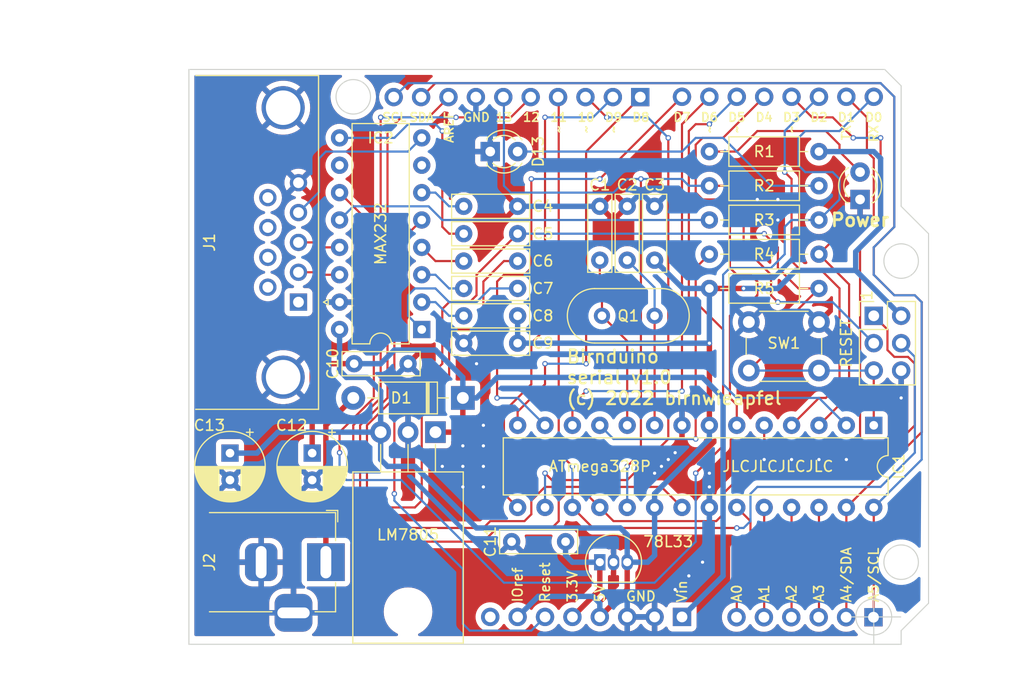
<source format=kicad_pcb>
(kicad_pcb (version 20211014) (generator pcbnew)
  (layers (0 "F.Cu" signal) (31 "B.Cu" signal) (34 "B.Paste" user) (35 "F.Paste" user) (36 "B.SilkS" user "B.Silkscreen") (37 "F.SilkS" user "F.Silkscreen") (38 "B.Mask" user) (39 "F.Mask" user) (44 "Edge.Cuts" user))
  (net 0 "")
  (net 1 "/D0_RX0")
  (net 2 "/D1_TX0")
  (net 3 "/D2")
  (net 4 "/D3")
  (net 5 "/D4")
  (net 6 "/D5")
  (net 7 "/D6")
  (net 8 "/D7")
  (net 9 "/D8")
  (net 10 "/D9")
  (net 11 "/D10")
  (net 12 "/VIN")
  (net 13 "/D11")
  (net 14 "/D12")
  (net 15 "/D13")
  (net 16 "/A0")
  (net 17 "/A1")
  (net 18 "/A2")
  (net 19 "/A3")
  (net 20 "/A4")
  (net 21 "/A5")
  (net 22 "+5V")
  (net 23 "GNDD")
  (net 24 "+3V3")
  (net 25 "Net-(C2-Pad1)")
  (net 26 "/SER_TX")
  (net 27 "/SER_RX")
  (net 28 "/SER_DTR")
  (net 29 "Net-(C1-Pad1)")
  (net 30 "Net-(D1-Pad2)")
  (net 31 "/AREF")
  (net 32 "/RESET")
  (net 33 "Net-(C6-Pad1)")
  (net 34 "Net-(C6-Pad2)")
  (net 35 "Net-(D13-Pad2)")
  (net 36 "Net-(Power1-Pad2)")
  (net 37 "Net-(C8-Pad2)")
  (net 38 "Net-(C7-Pad1)")
  (net 39 "Net-(C7-Pad2)")
  (net 40 "Net-(IC2-Pad11)")
  (net 42 "Net-(IC2-Pad12)")
  (net 44 "Net-(C4-Pad1)")
  (net 45 "Net-(C5-Pad1)")
  (footprint "Connector_PinSocket_2.54mm:PinSocket_1x08_P2.54mm_Vertical" (layer "F.Cu") (at 184.15 100.33 -90)
    (fp_text reference "J4" hide)
    (fp_text value "Power")
  )
  (footprint "Connector_BarrelJack:BarrelJack_Horizontal" (layer "F.Cu") (at 151.13 95.25)
    (fp_text reference "J2")
    (fp_text value "Power")
  )
  (footprint "Connector_PinSocket_2.54mm:PinSocket_1x06_P2.54mm_Vertical" (layer "F.Cu") (at 201.905 100.355 -90)
    (fp_text reference "J3" hide)
    (fp_text value "Analog in")
  )
  (footprint "Capacitor_THT:C_Rect_L7.0mm_W2.0mm_P5.00mm" (layer "F.Cu") (at 168.91 74.93 180)
    (fp_text reference "C9")
    (fp_text value "100n")
  )
  (footprint "Resistor_THT:R_Axial_DIN0207_L6.3mm_D2.5mm_P10.16mm_Horizontal" (layer "F.Cu") (at 196.85 57.15 180)
    (fp_text reference "R1")
    (fp_text value "330")
  )
  (footprint "Capacitor_THT:C_Rect_L7.0mm_W2.0mm_P5.00mm" (layer "F.Cu") (at 173.355 93.345 180)
    (fp_text reference "C11")
    (fp_text value "100n")
  )
  (footprint "Resistor_THT:R_Axial_DIN0207_L6.3mm_D2.5mm_P10.16mm_Horizontal" (layer "F.Cu") (at 186.69 69.85)
    (fp_text reference "R5")
    (fp_text value "10k")
  )
  (footprint "Package_TO_SOT_THT:TO-92_Inline" (layer "F.Cu") (at 176.53 95.25)
    (fp_text reference "U4" hide)
    (fp_text value "78L33")
  )
  (footprint "LED_THT:LED_D3.0mm" (layer "F.Cu") (at 200.66 61.595 90)
    (fp_text reference "Power1" hide)
    (fp_text value "LED")
  )
  (footprint "Package_TO_SOT_THT:TO-220-3_Horizontal_TabDown" (layer "F.Cu") (at 161.29 83.185 180)
    (fp_text reference "U5")
    (fp_text value "LM7805")
  )
  (footprint "Package_DIP:DIP-28_W7.62mm" (layer "F.Cu") (at 201.93 82.55 -90)
    (fp_text reference "IC1")
    (fp_text value "ATmega328P")
  )
  (footprint "Connector_PinSocket_2.54mm:PinSocket_1x08_P2.54mm_Vertical" (layer "F.Cu") (at 201.93 52.07 -90)
    (fp_text reference "J5" hide)
    (fp_text value "Digital_0_7")
  )
  (footprint "Capacitor_THT:CP_Radial_D6.3mm_P2.50mm" (layer "F.Cu") (at 142.24 85.13 -90)
    (fp_text reference "C13")
    (fp_text value "47u")
  )
  (footprint "Capacitor_THT:C_Rect_L7.0mm_W2.0mm_P5.00mm" (layer "F.Cu") (at 181.61 67.23 90)
    (fp_text reference "C3")
    (fp_text value "100n")
  )
  (footprint "Capacitor_THT:C_Rect_L7.0mm_W2.0mm_P5.00mm" (layer "F.Cu") (at 163.91 62.23)
    (fp_text reference "C4")
    (fp_text value "100n")
  )
  (footprint "Resistor_THT:R_Axial_DIN0207_L6.3mm_D2.5mm_P10.16mm_Horizontal" (layer "F.Cu") (at 196.85 66.675 180)
    (fp_text reference "R4")
    (fp_text value "1k")
  )
  (footprint "Capacitor_THT:C_Rect_L7.0mm_W2.0mm_P5.00mm" (layer "F.Cu") (at 163.91 64.77)
    (fp_text reference "C5")
    (fp_text value "100n")
  )
  (footprint "Resistor_THT:R_Axial_DIN0207_L6.3mm_D2.5mm_P10.16mm_Horizontal" (layer "F.Cu") (at 196.85 63.5 180)
    (fp_text reference "R3")
    (fp_text value "1k")
  )
  (footprint "Capacitor_THT:C_Rect_L7.0mm_W2.0mm_P5.00mm" (layer "F.Cu") (at 163.91 67.31)
    (fp_text reference "C6")
    (fp_text value "100n")
  )
  (footprint "LED_THT:LED_D3.0mm" (layer "F.Cu") (at 166.37 57.15)
    (fp_text reference "D13")
    (fp_text value "LED")
  )
  (footprint "Capacitor_THT:C_Rect_L7.0mm_W2.0mm_P5.00mm" (layer "F.Cu") (at 176.53 67.23 90)
    (fp_text reference "C1")
    (fp_text value "22p")
  )
  (footprint "Connector_Dsub:DSUB-9_Female_Horizontal_P2.77x2.84mm_EdgePinOffset7.70mm_Housed_MountingHolesOffset9.12mm" (layer "F.Cu") (at 148.59 71.12 -90)
    (fp_text reference "J1")
    (fp_text value "RS232")
  )
  (footprint "Capacitor_THT:C_Rect_L7.0mm_W2.0mm_P5.00mm" (layer "F.Cu") (at 179.07 67.23 90)
    (fp_text reference "C2")
    (fp_text value "22p")
  )
  (footprint "Capacitor_THT:C_Rect_L7.0mm_W2.0mm_P5.00mm" (layer "F.Cu") (at 168.91 69.85 180)
    (fp_text reference "C7")
    (fp_text value "100n")
  )
  (footprint "Resistor_THT:R_Axial_DIN0207_L6.3mm_D2.5mm_P10.16mm_Horizontal" (layer "F.Cu") (at 186.69 60.325)
    (fp_text reference "R2")
    (fp_text value "1k5")
  )
  (footprint "Diode_THT:D_DO-41_SOD81_P10.16mm_Horizontal" (layer "F.Cu") (at 163.83 80.01 180)
    (fp_text reference "D1")
    (fp_text value "1N4001")
  )
  (footprint "Capacitor_THT:C_Rect_L7.0mm_W2.0mm_P5.00mm" (layer "F.Cu") (at 153.75 76.835)
    (fp_text reference "C10")
    (fp_text value "100n")
  )
  (footprint "Button_Switch_THT:SW_PUSH_6mm" (layer "F.Cu") (at 196.85 77.47 180)
    (fp_text reference "SW1")
    (fp_text value "RESET")
  )
  (footprint "Connector_PinSocket_2.54mm:PinSocket_1x10_P2.54mm_Vertical" (layer "F.Cu") (at 180.28 52.095 -90)
    (fp_text reference "J6" hide)
    (fp_text value "Digital_8_13")
  )
  (footprint "Connector_PinHeader_2.54mm:PinHeader_2x03_P2.54mm_Vertical" (layer "F.Cu") (at 201.93 72.39)
    (fp_text reference "J7" hide)
    (fp_text value "AVR-ISP-6")
  )
  (footprint "Capacitor_THT:C_Rect_L7.0mm_W2.0mm_P5.00mm" (layer "F.Cu") (at 168.91 72.39 180)
    (fp_text reference "C8")
    (fp_text value "100n")
  )
  (footprint "Crystal:Crystal_HC49-U_Vertical" (layer "F.Cu") (at 181.61 72.39 180)
    (fp_text reference "Q1")
    (fp_text value "16 MHz")
  )
  (footprint "Capacitor_THT:CP_Radial_D6.3mm_P2.50mm" (layer "F.Cu") (at 149.86 85.13 -90)
    (fp_text reference "C12")
    (fp_text value "47u")
  )
  (footprint "Package_DIP:DIP-16_W7.62mm" (layer "F.Cu") (at 160.02 73.66 180)
    (fp_text reference "IC2")
    (fp_text value "MAX232")
  )
  (gr_line (start 204.47 102.87) (end 138.43 102.87) (layer "Edge.Cuts") (width 0.1))
  (gr_line (start 207.01 64.77) (end 204.47 62.23) (layer "Edge.Cuts") (width 0.1))
  (gr_line (start 138.43 102.87) (end 138.43 49.53) (layer "Edge.Cuts") (width 0.1))
  (gr_line (start 204.47 102.87) (end 204.47 101.6) (layer "Edge.Cuts") (width 0.1))
  (gr_circle (center 153.67 52.07) (end 155.27 52.07) (layer "Edge.Cuts") (width 0.1) (fill none))
  (gr_line (start 207.01 99.06) (end 207.01 64.77) (layer "Edge.Cuts") (width 0.1))
  (gr_line (start 202.946 49.53) (end 138.43 49.53) (layer "Edge.Cuts") (width 0.1))
  (gr_line (start 204.47 101.6) (end 207.01 99.06) (layer "Edge.Cuts") (width 0.1))
  (gr_circle (center 204.47 95.25) (end 206.07 95.25) (layer "Edge.Cuts") (width 0.1) (fill none))
  (gr_line (start 204.47 62.23) (end 204.47 51.054) (layer "Edge.Cuts") (width 0.1))
  (gr_circle (center 204.47 67.31) (end 206.07 67.31) (layer "Edge.Cuts") (width 0.1) (fill none))
  (gr_line (start 204.47 51.054) (end 202.946 49.53) (layer "Edge.Cuts") (width 0.1))
  (gr_text "13" (at 167.64 53.975) (layer "F.SilkS") (effects (font (size 0.8 0.8))))
  (gr_text "10" (at 175.26 53.975) (layer "F.SilkS") (effects (font (size 0.8 0.8))))
  (gr_text "D8" (at 180.34 53.975) (layer "F.SilkS") (effects (font (size 0.8 0.8))))
  (gr_text "TX" (at 199.39 54.61 90) (layer "F.SilkS") (effects (font (size 0.8 0.8)) (justify right)))
  (gr_text "Birnduino\nserial v1.0\n(c) 2022 birnwieapfel" (at 173.355 78.105) (layer "F.SilkS") (effects (font (size 1.2 1.2) (thickness 0.2)) (justify left)))
  (gr_text "AREF" (at 162.56 53.34 90) (layer "F.SilkS") (effects (font (size 0.8 0.8)) (justify right)))
  (gr_text "D7" (at 184.15 53.975) (layer "F.SilkS") (effects (font (size 0.8 0.8))))
  (gr_text "A3" (at 196.85 99.06 90) (layer "F.SilkS") (effects (font (size 0.9 0.9)) (justify left)))
  (gr_text " ~" (at 194.31 54.61 90) (layer "F.SilkS") (effects (font (size 1 1)) (justify right)))
  (gr_text "A4/SDA" (at 199.39 99.06 90) (layer "F.SilkS") (effects (font (size 0.9 0.9)) (justify left)))
  (gr_text "D4" (at 191.77 53.975) (layer "F.SilkS") (effects (font (size 0.8 0.8))))
  (gr_text "A5/SCL" (at 201.93 99.06 90) (layer "F.SilkS") (effects (font (size 0.9 0.9)) (justify left)))
  (gr_text " ~" (at 175.26 54.61 90) (layer "F.SilkS") (effects (font (size 1 1)) (justify right)))
  (gr_text "1" (at 201.295 70.485 90) (layer "F.SilkS") (effects (font (size 1 1))))
  (gr_text "IOref" (at 168.91 99.06 90) (layer "F.SilkS") (effects (font (size 0.9 0.9)) (justify left)))
  (gr_text "D2" (at 196.85 53.975) (layer "F.SilkS") (effects (font (size 0.8 0.8))))
  (gr_text "JLCJLCJLCJLC" (at 193.04 86.36) (layer "F.SilkS") (effects (font (size 1 1))))
  (gr_text "3.3V" (at 173.99 99.06 90) (layer "F.SilkS") (effects (font (size 0.9 0.9)) (justify left)))
  (gr_text "D9" (at 177.8 53.975) (layer "F.SilkS") (effects (font (size 0.8 0.8))))
  (gr_text " ~" (at 186.69 54.61 90) (layer "F.SilkS") (effects (font (size 1 1)) (justify right)))
  (gr_text "A2" (at 194.31 99.06 90) (layer "F.SilkS") (effects (font (size 0.9 0.9)) (justify left)))
  (gr_text "A0" (at 189.23 99.06 90) (layer "F.SilkS") (effects (font (size 0.9 0.9)) (justify left)))
  (gr_text "5V" (at 176.53 99.06 90) (layer "F.SilkS") (effects (font (size 0.9 0.9)) (justify left)))
  (gr_text "D5" (at 189.23 53.975) (layer "F.SilkS") (effects (font (size 0.8 0.8))))
  (gr_text "12" (at 170.18 53.975) (layer "F.SilkS") (effects (font (size 0.8 0.8))))
  (gr_text "D1" (at 199.39 53.975) (layer "F.SilkS") (effects (font (size 0.8 0.8))))
  (gr_text "D0" (at 201.93 53.975) (layer "F.SilkS") (effects (font (size 0.8 0.8))))
  (gr_text " ~" (at 189.23 54.61 90) (layer "F.SilkS") (effects (font (size 1 1)) (justify right)))
  (gr_text "Power" (at 200.66 63.5) (layer "F.SilkS") (effects (font (size 1.2 1.2) (thickness 0.25))))
  (gr_text "11" (at 172.72 53.975) (layer "F.SilkS") (effects (font (size 0.8 0.8))))
  (gr_text "D6" (at 186.69 53.975) (layer "F.SilkS") (effects (font (size 0.8 0.8))))
  (gr_text "GND" (at 180.34 98.425) (layer "F.SilkS") (effects (font (size 0.9 0.9))))
  (gr_text " ~" (at 172.72 54.61 90) (layer "F.SilkS") (effects (font (size 1 1)) (justify right)))
  (gr_text "Reset" (at 171.45 99.06 90) (layer "F.SilkS") (effects (font (size 0.9 0.9)) (justify left)))
  (gr_text "A1" (at 191.77 99.06 90) (layer "F.SilkS") (effects (font (size 0.9 0.9)) (justify left)))
  (gr_text "SDA" (at 160.02 53.975) (layer "F.SilkS") (effects (font (size 0.8 0.8))))
  (gr_text "GND" (at 165.1 53.975) (layer "F.SilkS") (effects (font (size 0.8 0.8))))
  (gr_text "RX" (at 201.93 54.61 90) (layer "F.SilkS") (effects (font (size 0.8 0.8)) (justify right)))
  (gr_text "D3" (at 194.31 53.975) (layer "F.SilkS") (effects (font (size 0.8 0.8))))
  (gr_text " ~" (at 177.8 54.61 90) (layer "F.SilkS") (effects (font (size 1 1)) (justify right)))
  (gr_text "SCL" (at 157.48 53.975) (layer "F.SilkS") (effects (font (size 0.8 0.8))))
  (gr_text "Vin" (at 184.15 99.06 90) (layer "F.SilkS") (effects (font (size 0.9 0.9)) (justify left)))
  (target plus (at 201.93 100.33) (size 5) (width 0.1) (layer "Edge.Cuts"))
  (segment (start 187.96 68.58) (end 188.595 67.945) (width 0.2) (layer "B.Cu") (net 1))
  (segment (start 199.39 82.55) (end 196.85 80.01) (width 0.2) (layer "B.Cu") (net 1))
  (segment (start 198.12 59.055) (end 195.58 59.055) (width 0.2) (layer "B.Cu") (net 1))
  (segment (start 189.23 80.01) (end 187.96 78.74) (width 0.2) (layer "B.Cu") (net 1))
  (segment (start 196.85 80.01) (end 189.23 80.01) (width 0.2) (layer "B.Cu") (net 1))
  (segment (start 194.945 55.88) (end 195.58 55.245) (width 0.2) (layer "B.Cu") (net 1))
  (segment (start 188.595 67.945) (end 192.405 67.945) (width 0.2) (layer "B.Cu") (net 1))
  (segment (start 195.58 55.245) (end 198.755 55.245) (width 0.2) (layer "B.Cu") (net 1))
  (segment (start 193.675 64.135) (end 194.31 63.5) (width 0.2) (layer "B.Cu") (net 1))
  (segment (start 192.405 67.945) (end 193.675 66.675) (width 0.2) (layer "B.Cu") (net 1))
  (segment (start 195.58 59.055) (end 194.945 58.42) (width 0.2) (layer "B.Cu") (net 1))
  (segment (start 194.945 58.42) (end 194.945 55.88) (width 0.2) (layer "B.Cu") (net 1))
  (segment (start 187.96 78.74) (end 187.96 68.58) (width 0.2) (layer "B.Cu") (net 1))
  (segment (start 198.755 55.245) (end 201.93 52.07) (width 0.2) (layer "B.Cu") (net 1))
  (segment (start 196.85 63.5) (end 198.755 61.595) (width 0.2) (layer "B.Cu") (net 1))
  (segment (start 193.675 66.675) (end 193.675 64.135) (width 0.2) (layer "B.Cu") (net 1))
  (segment (start 194.31 63.5) (end 196.85 63.5) (width 0.2) (layer "B.Cu") (net 1))
  (segment (start 198.755 61.595) (end 198.755 59.69) (width 0.2) (layer "B.Cu") (net 1))
  (segment (start 198.755 59.69) (end 198.12 59.055) (width 0.2) (layer "B.Cu") (net 1))
  (segment (start 201.295 53.975) (end 201.295 57.15) (width 0.2) (layer "F.Cu") (net 2))
  (segment (start 201.93 63.5) (end 200.66 64.77) (width 0.2) (layer "F.Cu") (net 2))
  (segment (start 201.295 57.15) (end 201.93 57.785) (width 0.2) (layer "F.Cu") (net 2))
  (segment (start 199.644 69.469) (end 196.85 66.675) (width 0.2) (layer "F.Cu") (net 2))
  (segment (start 198.755 64.77) (end 200.66 64.77) (width 0.2) (layer "F.Cu") (net 2))
  (segment (start 196.85 82.55) (end 199.644 79.756) (width 0.2) (layer "F.Cu") (net 2))
  (segment (start 196.85 66.675) (end 198.755 64.77) (width 0.2) (layer "F.Cu") (net 2))
  (segment (start 199.39 52.07) (end 201.295 53.975) (width 0.2) (layer "F.Cu") (net 2))
  (segment (start 201.93 57.785) (end 201.93 63.5) (width 0.2) (layer "F.Cu") (net 2))
  (segment (start 199.644 79.756) (end 199.644 69.469) (width 0.2) (layer "F.Cu") (net 2))
  (segment (start 194.31 82.55) (end 196.85 80.01) (width 0.2) (layer "F.Cu") (net 3))
  (segment (start 197.104 68.199) (end 195.199 68.199) (width 0.2) (layer "F.Cu") (net 3))
  (segment (start 196.85 80.01) (end 197.485 80.01) (width 0.2) (layer "F.Cu") (net 3))
  (segment (start 194.31 67.31) (end 194.31 59.69) (width 0.2) (layer "F.Cu") (net 3))
  (segment (start 194.31 59.69) (end 193.675 59.055) (width 0.2) (layer "F.Cu") (net 3))
  (segment (start 195.199 68.199) (end 194.31 67.31) (width 0.2) (layer "F.Cu") (net 3))
  (segment (start 198.755 69.85) (end 197.104 68.199) (width 0.2) (layer "F.Cu") (net 3))
  (segment (start 198.755 78.74) (end 198.755 69.85) (width 0.2) (layer "F.Cu") (net 3))
  (segment (start 197.485 80.01) (end 198.755 78.74) (width 0.2) (layer "F.Cu") (net 3))
  (via (at 193.675 59.055) (size 0.5) (drill 0.3) (layers "F.Cu" "B.Cu") (net 3))
  (segment (start 193.675 59.055) (end 193.675 55.245) (width 0.2) (layer "B.Cu") (net 3))
  (segment (start 193.675 55.245) (end 196.85 52.07) (width 0.2) (layer "B.Cu") (net 3))
  (segment (start 200.025 55.88) (end 198.12 53.975) (width 0.2) (layer "F.Cu") (net 4))
  (segment (start 191.77 82.55) (end 191.77 83.82) (width 0.2) (layer "F.Cu") (net 4))
  (segment (start 192.405 84.455) (end 200.025 84.455) (width 0.2) (layer "F.Cu") (net 4))
  (segment (start 200.66 66.04) (end 202.565 64.135) (width 0.2) (layer "F.Cu") (net 4))
  (segment (start 200.025 84.455) (end 200.66 83.82) (width 0.2) (layer "F.Cu") (net 4))
  (segment (start 202.565 64.135) (end 202.565 55.88) (width 0.2) (layer "F.Cu") (net 4))
  (segment (start 198.12 53.975) (end 196.215 53.975) (width 0.2) (layer "F.Cu") (net 4))
  (segment (start 196.215 53.975) (end 194.31 52.07) (width 0.2) (layer "F.Cu") (net 4))
  (segment (start 200.66 83.82) (end 200.66 66.04) (width 0.2) (layer "F.Cu") (net 4))
  (segment (start 191.77 83.82) (end 192.405 84.455) (width 0.2) (layer "F.Cu") (net 4))
  (via (at 202.565 55.88) (size 0.5) (drill 0.3) (layers "F.Cu" "B.Cu") (net 4))
  (via (at 200.025 55.88) (size 0.5) (drill 0.3) (layers "F.Cu" "B.Cu") (net 4))
  (segment (start 202.565 55.88) (end 200.025 55.88) (width 0.2) (layer "B.Cu") (net 4))
  (segment (start 187.96 55.88) (end 186.055 55.88) (width 0.2) (layer "F.Cu") (net 5))
  (segment (start 185.42 60.96) (end 186.055 61.595) (width 0.2) (layer "F.Cu") (net 5))
  (segment (start 185.42 56.515) (end 185.42 60.96) (width 0.2) (layer "F.Cu") (net 5))
  (segment (start 190.5 68.58) (end 191.135 69.215) (width 0.2) (layer "F.Cu") (net 5))
  (segment (start 188.595 67.945) (end 189.23 68.58) (width 0.2) (layer "F.Cu") (net 5))
  (segment (start 188.595 72.39) (end 188.595 80.01) (width 0.2) (layer "F.Cu") (net 5))
  (segment (start 191.135 69.215) (end 191.135 70.485) (width 0.2) (layer "F.Cu") (net 5))
  (segment (start 190.5 71.12) (end 189.865 71.12) (width 0.2) (layer "F.Cu") (net 5))
  (segment (start 188.595 62.23) (end 188.595 67.945) (width 0.2) (layer "F.Cu") (net 5))
  (segment (start 187.96 61.595) (end 188.595 62.23) (width 0.2) (layer "F.Cu") (net 5))
  (segment (start 188.595 80.01) (end 189.23 80.645) (width 0.2) (layer "F.Cu") (net 5))
  (segment (start 189.23 80.645) (end 189.23 82.55) (width 0.2) (layer "F.Cu") (net 5))
  (segment (start 191.135 70.485) (end 190.5 71.12) (width 0.2) (layer "F.Cu") (net 5))
  (segment (start 191.77 52.07) (end 187.96 55.88) (width 0.2) (layer "F.Cu") (net 5))
  (segment (start 186.055 55.88) (end 185.42 56.515) (width 0.2) (layer "F.Cu") (net 5))
  (segment (start 189.865 71.12) (end 188.595 72.39) (width 0.2) (layer "F.Cu") (net 5))
  (segment (start 189.23 68.58) (end 190.5 68.58) (width 0.2) (layer "F.Cu") (net 5))
  (segment (start 186.055 61.595) (end 187.96 61.595) (width 0.2) (layer "F.Cu") (net 5))
  (segment (start 185.42 54.61) (end 186.69 54.61) (width 0.2) (layer "F.Cu") (net 6))
  (segment (start 184.785 55.245) (end 185.42 54.61) (width 0.2) (layer "F.Cu") (net 6))
  (segment (start 185.42 72.39) (end 184.785 71.755) (width 0.2) (layer "F.Cu") (net 6))
  (segment (start 185.42 83.82) (end 185.42 72.39) (width 0.2) (layer "F.Cu") (net 6))
  (segment (start 184.785 71.755) (end 184.785 55.245) (width 0.2) (layer "F.Cu") (net 6))
  (via (at 185.42 83.82) (size 0.5) (drill 0.3) (layers "F.Cu" "B.Cu") (net 6))
  (via (at 186.69 54.61) (size 0.5) (drill 0.3) (layers "F.Cu" "B.Cu") (net 6))
  (segment (start 189.23 52.07) (end 186.69 54.61) (width 0.2) (layer "B.Cu") (net 6))
  (segment (start 185.42 83.82) (end 177.8 83.82) (width 0.2) (layer "B.Cu") (net 6))
  (segment (start 177.8 83.82) (end 176.53 82.55) (width 0.2) (layer "B.Cu") (net 6))
  (segment (start 184.15 54.61) (end 186.69 52.07) (width 0.2) (layer "F.Cu") (net 7))
  (segment (start 173.99 80.645) (end 173.99 82.55) (width 0.2) (layer "F.Cu") (net 7))
  (segment (start 184.15 79.375) (end 184.15 54.61) (width 0.2) (layer "F.Cu") (net 7))
  (segment (start 175.26 79.375) (end 173.99 80.645) (width 0.2) (layer "F.Cu") (net 7))
  (via (at 184.15 79.375) (size 0.5) (drill 0.3) (layers "F.Cu" "B.Cu") (net 7))
  (via (at 175.26 79.375) (size 0.5) (drill 0.3) (layers "F.Cu" "B.Cu") (net 7))
  (segment (start 184.15 79.375) (end 175.26 79.375) (width 0.2) (layer "B.Cu") (net 7))
  (segment (start 167.005 69.215) (end 167.653942 68.566058) (width 0.2) (layer "F.Cu") (net 8))
  (segment (start 167.005 80.01) (end 167.005 69.215) (width 0.2) (layer "F.Cu") (net 8))
  (segment (start 176.53 59.69) (end 184.15 52.07) (width 0.2) (layer "F.Cu") (net 8))
  (segment (start 168.261058 68.566058) (end 169.54958 68.57542) (width 0.2) (layer "F.Cu") (net 8))
  (segment (start 167.653942 68.566058) (end 168.261058 68.566058) (width 0.2) (layer "F.Cu") (net 8))
  (segment (start 169.54958 68.57542) (end 170.18 67.945) (width 0.2) (layer "F.Cu") (net 8))
  (segment (start 170.18 67.945) (end 170.18 59.69) (width 0.2) (layer "F.Cu") (net 8))
  (via (at 167.005 80.01) (size 0.5) (drill 0.3) (layers "F.Cu" "B.Cu") (net 8))
  (via (at 176.53 59.69) (size 0.5) (drill 0.3) (layers "F.Cu" "B.Cu") (net 8))
  (via (at 170.18 59.69) (size 0.5) (drill 0.3) (layers "F.Cu" "B.Cu") (net 8))
  (segment (start 167.005 80.01) (end 168.91 80.01) (width 0.2) (layer "B.Cu") (net 8))
  (segment (start 170.18 59.69) (end 176.53 59.69) (width 0.2) (layer "B.Cu") (net 8))
  (segment (start 168.91 80.01) (end 171.45 82.55) (width 0.2) (layer "B.Cu") (net 8))
  (segment (start 168.91 81.28) (end 168.91 82.55) (width 0.2) (layer "F.Cu") (net 9))
  (segment (start 175.26 57.15) (end 180.34 52.07) (width 0.2) (layer "F.Cu") (net 9))
  (segment (start 175.26 76.835) (end 175.26 57.15) (width 0.2) (layer "F.Cu") (net 9))
  (segment (start 171.45 78.74) (end 168.91 81.28) (width 0.2) (layer "F.Cu") (net 9))
  (segment (start 171.45 76.835) (end 171.45 78.74) (width 0.2) (layer "F.Cu") (net 9))
  (via (at 171.45 76.835) (size 0.5) (drill 0.3) (layers "F.Cu" "B.Cu") (net 9))
  (via (at 175.26 76.835) (size 0.5) (drill 0.3) (layers "F.Cu" "B.Cu") (net 9))
  (segment (start 171.45 76.835) (end 175.26 76.835) (width 0.2) (layer "B.Cu") (net 9))
  (segment (start 167.64 81.28) (end 167.64 88.9) (width 0.2) (layer "F.Cu") (net 10))
  (segment (start 170.18 78.74) (end 167.64 81.28) (width 0.2) (layer "F.Cu") (net 10))
  (segment (start 171.45 53.975) (end 171.45 73.66) (width 0.2) (layer "F.Cu") (net 10))
  (segment (start 167.64 88.9) (end 168.91 90.17) (width 0.2) (layer "F.Cu") (net 10))
  (segment (start 170.18 74.93) (end 170.18 78.74) (width 0.2) (layer "F.Cu") (net 10))
  (segment (start 171.45 73.66) (end 170.18 74.93) (width 0.2) (layer "F.Cu") (net 10))
  (via (at 171.45 53.975) (size 0.5) (drill 0.3) (layers "F.Cu" "B.Cu") (net 10))
  (segment (start 175.895 53.975) (end 177.8 52.07) (width 0.2) (layer "B.Cu") (net 10))
  (segment (start 171.45 53.975) (end 175.895 53.975) (width 0.2) (layer "B.Cu") (net 10))
  (segment (start 179.07 87.63) (end 182.88 83.82) (width 0.2) (layer "F.Cu") (net 11))
  (segment (start 171.45 86.995) (end 172.085 87.63) (width 0.2) (layer "F.Cu") (net 11))
  (segment (start 172.085 87.63) (end 179.07 87.63) (width 0.2) (layer "F.Cu") (net 11))
  (segment (start 175.26 52.07) (end 177.165 53.975) (width 0.2) (layer "F.Cu") (net 11))
  (segment (start 182.88 83.82) (end 182.88 55.88) (width 0.2) (layer "F.Cu") (net 11))
  (via (at 171.45 86.995) (size 0.5) (drill 0.3) (layers "F.Cu" "B.Cu") (net 11))
  (via (at 182.88 55.88) (size 0.5) (drill 0.3) (layers "F.Cu" "B.Cu") (net 11))
  (via (at 177.165 53.975) (size 0.5) (drill 0.3) (layers "F.Cu" "B.Cu") (net 11))
  (segment (start 180.975 53.975) (end 177.165 53.975) (width 0.2) (layer "B.Cu") (net 11))
  (segment (start 182.88 55.88) (end 180.975 53.975) (width 0.2) (layer "B.Cu") (net 11))
  (segment (start 171.45 86.995) (end 171.45 90.17) (width 0.2) (layer "B.Cu") (net 11))
  (segment (start 149.86 77.47) (end 150.495 76.835) (width 0.5) (layer "F.Cu") (net 12))
  (segment (start 161.29 83.185) (end 163.195 83.185) (width 0.5) (layer "F.Cu") (net 12))
  (segment (start 163.83 82.55) (end 163.83 80.01) (width 0.5) (layer "F.Cu") (net 12))
  (segment (start 150.495 76.835) (end 153.75 76.835) (width 0.5) (layer "F.Cu") (net 12))
  (segment (start 149.86 85.13) (end 149.86 77.47) (width 0.5) (layer "F.Cu") (net 12))
  (segment (start 163.195 83.185) (end 163.83 82.55) (width 0.5) (layer "F.Cu") (net 12))
  (segment (start 163.83 80.01) (end 163.83 78.105) (width 0.5) (layer "B.Cu") (net 12))
  (segment (start 187.96 80.01) (end 186.055 78.105) (width 0.5) (layer "B.Cu") (net 12))
  (segment (start 187.96 96.52) (end 187.96 80.01) (width 0.5) (layer "B.Cu") (net 12))
  (segment (start 156.21 76.835) (end 157.48 75.565) (width 0.5) (layer "B.Cu") (net 12))
  (segment (start 157.48 75.565) (end 161.29 75.565) (width 0.5) (layer "B.Cu") (net 12))
  (segment (start 184.15 100.33) (end 187.96 96.52) (width 0.5) (layer "B.Cu") (net 12))
  (segment (start 186.055 78.105) (end 167.005 78.105) (width 0.5) (layer "B.Cu") (net 12))
  (segment (start 161.29 75.565) (end 163.83 78.105) (width 0.5) (layer "B.Cu") (net 12))
  (segment (start 165.1 80.01) (end 163.83 80.01) (width 0.5) (layer "B.Cu") (net 12))
  (segment (start 153.75 76.835) (end 156.21 76.835) (width 0.5) (layer "B.Cu") (net 12))
  (segment (start 167.005 78.105) (end 165.1 80.01) (width 0.5) (layer "B.Cu") (net 12))
  (segment (start 175.895 92.075) (end 173.99 90.17) (width 0.2) (layer "F.Cu") (net 13))
  (segment (start 172.72 85.09) (end 172.72 52.07) (width 0.2) (layer "F.Cu") (net 13))
  (segment (start 189.23 92.075) (end 175.895 92.075) (width 0.2) (layer "F.Cu") (net 13))
  (segment (start 173.99 86.36) (end 172.72 85.09) (width 0.2) (layer "F.Cu") (net 13))
  (via (at 173.99 86.36) (size 0.5) (drill 0.3) (layers "F.Cu" "B.Cu") (net 13))
  (via (at 189.23 92.075) (size 0.5) (drill 0.3) (layers "F.Cu" "B.Cu") (net 13))
  (segment (start 205.74 76.2) (end 205.74 85.09) (width 0.2) (layer "B.Cu") (net 13))
  (segment (start 204.47 74.93) (end 205.74 76.2) (width 0.2) (layer "B.Cu") (net 13))
  (segment (start 173.99 90.17) (end 173.99 86.36) (width 0.2) (layer "B.Cu") (net 13))
  (segment (start 189.865 92.075) (end 189.23 92.075) (width 0.2) (layer "B.Cu") (net 13))
  (segment (start 190.5 91.44) (end 189.865 92.075) (width 0.2) (layer "B.Cu") (net 13))
  (segment (start 190.5 88.9) (end 190.5 91.44) (width 0.2) (layer "B.Cu") (net 13))
  (segment (start 202.565 88.265) (end 191.135 88.265) (width 0.2) (layer "B.Cu") (net 13))
  (segment (start 191.135 88.265) (end 190.5 88.9) (width 0.2) (layer "B.Cu") (net 13))
  (segment (start 205.74 85.09) (end 202.565 88.265) (width 0.2) (layer "B.Cu") (net 13))
  (segment (start 177.8 91.44) (end 187.325 91.44) (width 0.2) (layer "F.Cu") (net 14))
  (segment (start 154.305 93.345) (end 153.67 92.71) (width 0.2) (layer "F.Cu") (net 14))
  (segment (start 176.53 90.17) (end 177.8 91.44) (width 0.2) (layer "F.Cu") (net 14))
  (segment (start 189.865 86.995) (end 187.96 88.9) (width 0.2) (layer "F.Cu") (net 14))
  (segment (start 205.105 76.2) (end 205.74 76.835) (width 0.2) (layer "F.Cu") (net 14))
  (segment (start 201.295 86.995) (end 189.865 86.995) (width 0.2) (layer "F.Cu") (net 14))
  (segment (start 172.72 91.44) (end 172.085 92.075) (width 0.2) (layer "F.Cu") (net 14))
  (segment (start 203.835 76.2) (end 205.105 76.2) (width 0.2) (layer "F.Cu") (net 14))
  (segment (start 173.355 88.9) (end 172.72 89.535) (width 0.2) (layer "F.Cu") (net 14))
  (segment (start 163.195 53.975) (end 168.275 53.975) (width 0.2) (layer "F.Cu") (net 14))
  (segment (start 167.005 92.075) (end 165.735 93.345) (width 0.2) (layer "F.Cu") (net 14))
  (segment (start 153.67 92.71) (end 153.67 82.55) (width 0.2) (layer "F.Cu") (net 14))
  (segment (start 205.74 82.55) (end 201.295 86.995) (width 0.2) (layer "F.Cu") (net 14))
  (segment (start 187.96 90.805) (end 187.325 91.44) (width 0.2) (layer "F.Cu") (net 14))
  (segment (start 203.2 73.66) (end 203.2 75.565) (width 0.2) (layer "F.Cu") (net 14))
  (segment (start 165.735 93.345) (end 154.305 93.345) (width 0.2) (layer "F.Cu") (net 14))
  (segment (start 172.085 92.075) (end 167.005 92.075) (width 0.2) (layer "F.Cu") (net 14))
  (segment (start 205.74 76.835) (end 205.74 82.55) (width 0.2) (layer "F.Cu") (net 14))
  (segment (start 187.96 88.9) (end 187.96 90.805) (width 0.2) (layer "F.Cu") (net 14))
  (segment (start 176.53 90.17) (end 175.26 88.9) (width 0.2) (layer "F.Cu") (net 14))
  (segment (start 153.67 82.55) (end 156.21 80.01) (width 0.2) (layer "F.Cu") (net 14))
  (segment (start 156.21 80.01) (end 156.21 53.975) (width 0.2) (layer "F.Cu") (net 14))
  (segment (start 175.26 88.9) (end 173.355 88.9) (width 0.2) (layer "F.Cu") (net 14))
  (segment (start 201.93 72.39) (end 203.2 73.66) (width 0.2) (layer "F.Cu") (net 14))
  (segment (start 172.72 89.535) (end 172.72 91.44) (width 0.2) (layer "F.Cu") (net 14))
  (segment (start 168.275 53.975) (end 170.18 52.07) (width 0.2) (layer "F.Cu") (net 14))
  (segment (start 203.2 75.565) (end 203.835 76.2) (width 0.2) (layer "F.Cu") (net 14))
  (via (at 163.195 53.975) (size 0.5) (drill 0.3) (layers "F.Cu" "B.Cu") (net 14))
  (via (at 156.21 53.975) (size 0.5) (drill 0.3) (layers "F.Cu" "B.Cu") (net 14))
  (segment (start 163.195 53.975) (end 156.21 53.975) (width 0.2) (layer "B.Cu") (net 14))
  (segment (start 180.34 85.09) (end 180.34 59.69) (width 0.2) (layer "F.Cu") (net 15))
  (segment (start 189.23 60.325) (end 186.69 60.325) (width 0.2) (layer "F.Cu") (net 15))
  (segment (start 189.865 66.04) (end 189.865 60.96) (width 0.2) (layer "F.Cu") (net 15))
  (segment (start 192.405 68.58) (end 189.865 66.04) (width 0.2) (layer "F.Cu") (net 15))
  (segment (start 189.865 60.96) (end 189.23 60.325) (width 0.2) (layer "F.Cu") (net 15))
  (segment (start 179.07 86.36) (end 180.34 85.09) (width 0.2) (layer "F.Cu") (net 15))
  (segment (start 193.04 71.12) (end 192.405 70.485) (width 0.2) (layer "F.Cu") (net 15))
  (segment (start 192.405 70.485) (end 192.405 68.58) (width 0.2) (layer "F.Cu") (net 15))
  (via (at 193.04 71.12) (size 0.5) (drill 0.3) (layers "F.Cu" "B.Cu") (net 15))
  (via (at 179.07 86.36) (size 0.5) (drill 0.3) (layers "F.Cu" "B.Cu") (net 15))
  (via (at 180.34 59.69) (size 0.5) (drill 0.3) (layers "F.Cu" "B.Cu") (net 15))
  (segment (start 179.07 90.17) (end 179.07 86.36) (width 0.2) (layer "B.Cu") (net 15))
  (segment (start 177.8 60.96) (end 168.275 60.96) (width 0.2) (layer "B.Cu") (net 15))
  (segment (start 198.12 71.12) (end 201.93 74.93) (width 0.2) (layer "B.Cu") (net 15))
  (segment (start 180.34 59.69) (end 184.15 59.69) (width 0.2) (layer "B.Cu") (net 15))
  (segment (start 184.785 60.325) (end 184.15 59.69) (width 0.2) (layer "B.Cu") (net 15))
  (segment (start 167.64 60.325) (end 167.64 52.07) (width 0.2) (layer "B.Cu") (net 15))
  (segment (start 179.07 59.69) (end 177.8 60.96) (width 0.2) (layer "B.Cu") (net 15))
  (segment (start 193.04 71.12) (end 198.12 71.12) (width 0.2) (layer "B.Cu") (net 15))
  (segment (start 186.69 60.325) (end 184.785 60.325) (width 0.2) (layer "B.Cu") (net 15))
  (segment (start 168.275 60.96) (end 167.64 60.325) (width 0.2) (layer "B.Cu") (net 15))
  (segment (start 180.34 59.69) (end 179.07 59.69) (width 0.2) (layer "B.Cu") (net 15))
  (segment (start 190.5 92.71) (end 190.5 91.44) (width 0.2) (layer "F.Cu") (net 16))
  (segment (start 190.5 91.44) (end 189.23 90.17) (width 0.2) (layer "F.Cu") (net 16))
  (segment (start 189.23 93.98) (end 190.5 92.71) (width 0.2) (layer "F.Cu") (net 16))
  (segment (start 189.23 100.33) (end 189.23 93.98) (width 0.2) (layer "F.Cu") (net 16))
  (segment (start 191.77 90.17) (end 191.77 100.33) (width 0.2) (layer "F.Cu") (net 17))
  (segment (start 194.31 100.33) (end 194.31 90.17) (width 0.2) (layer "F.Cu") (net 18))
  (segment (start 196.85 100.33) (end 196.85 90.17) (width 0.2) (layer "F.Cu") (net 19))
  (segment (start 206.375 83.185) (end 199.39 90.17) (width 0.2) (layer "F.Cu") (net 20))
  (segment (start 205.74 70.485) (end 206.375 71.12) (width 0.2) (layer "F.Cu") (net 20))
  (segment (start 201.93 68.58) (end 203.835 70.485) (width 0.2) (layer "F.Cu") (net 20))
  (segment (start 206.375 71.12) (end 206.375 83.185) (width 0.2) (layer "F.Cu") (net 20))
  (segment (start 203.835 52.07) (end 203.835 64.135) (width 0.2) (layer "F.Cu") (net 20))
  (segment (start 205.74 70.485) (end 203.835 70.485) (width 0.2) (layer "F.Cu") (net 20))
  (segment (start 160.02 52.07) (end 161.29 50.8) (width 0.2) (layer "F.Cu") (net 20))
  (segment (start 199.39 90.17) (end 199.39 100.33) (width 0.2) (layer "F.Cu") (net 20))
  (segment (start 203.835 64.135) (end 201.93 66.04) (width 0.2) (layer "F.Cu") (net 20))
  (segment (start 201.93 66.04) (end 201.93 68.58) (width 0.2) (layer "F.Cu") (net 20))
  (segment (start 202.565 50.8) (end 203.835 52.07) (width 0.2) (layer "F.Cu") (net 20))
  (segment (start 161.29 50.8) (end 202.565 50.8) (width 0.2) (layer "F.Cu") (net 20))
  (segment (start 201.93 100.33) (end 201.93 90.17) (width 0.2) (layer "F.Cu") (net 21))
  (segment (start 205.74 70.485) (end 203.835 70.485) (width 0.2) (layer "B.Cu") (net 21))
  (segment (start 201.93 68.58) (end 201.93 66.04) (width 0.2) (layer "B.Cu") (net 21))
  (segment (start 203.835 64.135) (end 203.835 52.07) (width 0.2) (layer "B.Cu") (net 21))
  (segment (start 203.835 52.07) (end 202.565 50.8) (width 0.2) (layer "B.Cu") (net 21))
  (segment (start 201.93 90.17) (end 206.375 85.725) (width 0.2) (layer "B.Cu") (net 21))
  (segment (start 201.93 66.04) (end 203.835 64.135) (width 0.2) (layer "B.Cu") (net 21))
  (segment (start 206.375 71.12) (end 205.74 70.485) (width 0.2) (layer "B.Cu") (net 21))
  (segment (start 206.375 85.725) (end 206.375 71.12) (width 0.2) (layer "B.Cu") (net 21))
  (segment (start 158.75 50.8) (end 157.48 52.07) (width 0.2) (layer "B.Cu") (net 21))
  (segment (start 202.565 50.8) (end 158.75 50.8) (width 0.2) (layer "B.Cu") (net 21))
  (segment (start 203.835 70.485) (end 201.93 68.58) (width 0.2) (layer "B.Cu") (net 21))
  (segment (start 179.07 97.79) (end 179.07 95.25) (width 0.5) (layer "F.Cu") (net 22))
  (segment (start 186.69 74.93) (end 186.69 82.55) (width 0.5) (layer "F.Cu") (net 22))
  (segment (start 189.865 69.85) (end 186.69 69.85) (width 0.5) (layer "F.Cu") (net 22))
  (segment (start 176.53 100.33) (end 179.07 97.79) (width 0.5) (layer "F.Cu") (net 22))
  (via (at 186.69 74.93) (size 0.5) (drill 0.3) (layers "F.Cu" "B.Cu") (net 22))
  (via (at 189.865 69.85) (size 0.5) (drill 0.3) (layers "F.Cu" "B.Cu") (net 22))
  (segment (start 186.69 74.93) (end 186.69 69.85) (width 0.5) (layer "B.Cu") (net 22))
  (segment (start 189.865 69.85) (end 193.04 69.85) (width 0.5) (layer "B.Cu") (net 22))
  (segment (start 165.1 92.075) (end 178.435 92.075) (width 0.5) (layer "B.Cu") (net 22))
  (segment (start 153.035 78.105) (end 152.4 77.47) (width 0.5) (layer "B.Cu") (net 22))
  (segment (start 168.91 74.93) (end 168.91 72.39) (width 0.5) (layer "B.Cu") (net 22))
  (segment (start 200.2536 68.1736) (end 204.47 72.39) (width 0.5) (layer "B.Cu") (net 22))
  (segment (start 180.975 95.25) (end 181.61 94.615) (width 0.5) (layer "B.Cu") (net 22))
  (segment (start 193.04 69.85) (end 194.7164 68.1736) (width 0.5) (layer "B.Cu") (net 22))
  (segment (start 170.815 98.425) (end 175.895 98.425) (width 0.5) (layer "B.Cu") (net 22))
  (segment (start 144.74 85.13) (end 142.24 85.13) (width 0.5) (layer "B.Cu") (net 22))
  (segment (start 202.565 57.785) (end 201.93 57.15) (width 0.5) (layer "B.Cu") (net 22))
  (segment (start 179.07 95.25) (end 180.975 95.25) (width 0.5) (layer "B.Cu") (net 22))
  (segment (start 159.385 86.36) (end 165.1 92.075) (width 0.5) (layer "B.Cu") (net 22))
  (segment (start 194.7164 68.1736) (end 200.2536 68.1736) (width 0.5) (layer "B.Cu") (net 22))
  (segment (start 178.435 92.075) (end 179.07 92.71) (width 0.5) (layer "B.Cu") (net 22))
  (segment (start 181.61 94.615) (end 181.61 90.17) (width 0.5) (layer "B.Cu") (net 22))
  (segment (start 181.61 90.17) (end 181.61 88.9) (width 0.5) (layer "B.Cu") (net 22))
  (segment (start 146.685 83.185) (end 156.21 83.185) (width 0.5) (layer "B.Cu") (net 22))
  (segment (start 200.2536 66.4464) (end 202.565 64.135) (width 0.5) (layer "B.Cu") (net 22))
  (segment (start 184.23 69.85) (end 181.61 67.23) (width 0.5) (layer "B.Cu") (net 22))
  (segment (start 202.565 64.135) (end 202.565 57.785) (width 0.5) (layer "B.Cu") (net 22))
  (segment (start 200.2536 68.1736) (end 200.2536 66.4464) (width 0.5) (layer "B.Cu") (net 22))
  (segment (start 156.21 83.185) (end 156.21 85.725) (width 0.5) (layer "B.Cu") (net 22))
  (segment (start 156.845 86.36) (end 159.385 86.36) (width 0.5) (layer "B.Cu") (net 22))
  (segment (start 156.21 79.375) (end 156.21 83.185) (width 0.5) (layer "B.Cu") (net 22))
  (segment (start 146.685 83.185) (end 144.74 85.13) (width 0.5) (layer "B.Cu") (net 22))
  (segment (start 175.895 98.425) (end 176.53 99.06) (width 0.5) (layer "B.Cu") (net 22))
  (segment (start 179.07 92.71) (end 179.07 95.25) (width 0.5) (layer "B.Cu") (net 22))
  (segment (start 186.69 83.82) (end 186.69 82.55) (width 0.5) (layer "B.Cu") (net 22))
  (segment (start 186.69 74.93) (end 168.91 74.93) (width 0.5) (layer "B.Cu") (net 22))
  (segment (start 152.4 77.47) (end 152.4 73.66) (width 0.5) (layer "B.Cu") (net 22))
  (segment (start 201.93 57.15) (end 196.85 57.15) (width 0.5) (layer "B.Cu") (net 22))
  (segment (start 168.91 100.33) (end 170.815 98.425) (width 0.5) (layer "B.Cu") (net 22))
  (segment (start 154.94 78.105) (end 153.035 78.105) (width 0.5) (layer "B.Cu") (net 22))
  (segment (start 181.61 88.9) (end 186.69 83.82) (width 0.5) (layer "B.Cu") (net 22))
  (segment (start 176.53 99.06) (end 176.53 100.33) (width 0.5) (layer "B.Cu") (net 22))
  (segment (start 186.69 69.85) (end 184.23 69.85) (width 0.5) (layer "B.Cu") (net 22))
  (segment (start 156.21 85.725) (end 156.845 86.36) (width 0.5) (layer "B.Cu") (net 22))
  (segment (start 154.94 78.105) (end 156.21 79.375) (width 0.5) (layer "B.Cu") (net 22))
  (via (at 191.135 63.5) (size 0.5) (drill 0.3) (layers "F.Cu" "B.Cu") (net 23))
  (via (at 186.69 86.995) (size 0.5) (drill 0.3) (layers "F.Cu" "B.Cu") (net 23))
  (via (at 163.83 86.36) (size 0.5) (drill 0.3) (layers "F.Cu" "B.Cu") (net 23))
  (via (at 163.83 88.265) (size 0.5) (drill 0.3) (layers "F.Cu" "B.Cu") (net 23))
  (via (at 165.1 76.835) (size 0.5) (drill 0.3) (layers "F.Cu" "B.Cu") (net 23))
  (via (at 196.85 85.725) (size 0.5) (drill 0.3) (layers "F.Cu" "B.Cu") (net 23))
  (via (at 199.39 85.725) (size 0.5) (drill 0.3) (layers "F.Cu" "B.Cu") (net 23))
  (via (at 191.77 85.725) (size 0.5) (drill 0.3) (layers "F.Cu" "B.Cu") (net 23))
  (via (at 186.055 95.25) (size 0.5) (drill 0.3) (layers "F.Cu" "B.Cu") (net 23))
  (via (at 184.785 96.52) (size 0.5) (drill 0.3) (layers "F.Cu" "B.Cu") (net 23))
  (via (at 182.88 85.725) (size 0.5) (drill 0.3) (layers "F.Cu" "B.Cu") (net 23))
  (via (at 161.925 86.36) (size 0.5) (drill 0.3) (layers "F.Cu" "B.Cu") (net 23))
  (via (at 183.515 97.79) (size 0.5) (drill 0.3) (layers "F.Cu" "B.Cu") (net 23))
  (via (at 165.735 84.455) (size 0.5) (drill 0.3) (layers "F.Cu" "B.Cu") (net 23))
  (via (at 182.245 86.36) (size 0.5) (drill 0.3) (layers "F.Cu" "B.Cu") (net 23))
  (via (at 163.83 84.455) (size 0.5) (drill 0.3) (layers "F.Cu" "B.Cu") (net 23))
  (via (at 204.47 80.01) (size 0.5) (drill 0.3) (layers "F.Cu" "B.Cu") (net 23))
  (via (at 181.61 86.995) (size 0.5) (drill 0.3) (layers "F.Cu" "B.Cu") (net 23))
  (via (at 183.515 85.09) (size 0.5) (drill 0.3) (layers "F.Cu" "B.Cu") (net 23))
  (via (at 165.735 86.36) (size 0.5) (drill 0.3) (layers "F.Cu" "B.Cu") (net 23))
  (via (at 194.31 85.725) (size 0.5) (drill 0.3) (layers "F.Cu" "B.Cu") (net 23))
  (via (at 165.735 88.265) (size 0.5) (drill 0.3) (layers "F.Cu" "B.Cu") (net 23))
  (via (at 193.04 63.5) (size 0.5) (drill 0.3) (layers "F.Cu" "B.Cu") (net 23))
  (via (at 191.135 61.595) (size 0.5) (drill 0.3) (layers "F.Cu" "B.Cu") (net 23))
  (via (at 186.69 88.265) (size 0.5) (drill 0.3) (layers "F.Cu" "B.Cu") (net 23))
  (via (at 165.735 82.55) (size 0.5) (drill 0.3) (layers "F.Cu" "B.Cu") (net 23))
  (via (at 193.04 61.595) (size 0.5) (drill 0.3) (layers "F.Cu" "B.Cu") (net 23))
  (segment (start 181.61 100.33) (end 179.07 100.33) (width 0.5) (layer "B.Cu") (net 23))
  (segment (start 176.53 62.23) (end 168.91 62.23) (width 0.5) (layer "B.Cu") (net 23))
  (segment (start 176.53 97.79) (end 176.53 95.25) (width 0.5) (layer "F.Cu") (net 24))
  (segment (start 173.99 100.33) (end 176.53 97.79) (width 0.5) (layer "F.Cu") (net 24))
  (segment (start 173.355 94.615) (end 173.99 95.25) (width 0.5) (layer "B.Cu") (net 24))
  (segment (start 173.355 93.345) (end 173.355 94.615) (width 0.5) (layer "B.Cu") (net 24))
  (segment (start 176.53 95.25) (end 173.99 95.25) (width 0.5) (layer "B.Cu") (net 24))
  (segment (start 181.61 82.55) (end 181.61 72.39) (width 0.2) (layer "F.Cu") (net 25))
  (segment (start 179.07 67.23) (end 181.61 69.77) (width 0.2) (layer "B.Cu") (net 25))
  (segment (start 181.61 69.77) (end 181.61 72.39) (width 0.2) (layer "B.Cu") (net 25))
  (segment (start 150.876 68.58) (end 150.646 68.35) (width 0.2) (layer "F.Cu") (net 26))
  (segment (start 152.4 68.58) (end 150.876 68.58) (width 0.2) (layer "F.Cu") (net 26))
  (segment (start 150.646 68.35) (end 148.59 68.35) (width 0.2) (layer "F.Cu") (net 26))
  (segment (start 150.876 66.04) (end 152.4 66.04) (width 0.2) (layer "F.Cu") (net 27))
  (segment (start 150.416 65.58) (end 150.876 66.04) (width 0.2) (layer "F.Cu") (net 27))
  (segment (start 148.59 65.58) (end 150.416 65.58) (width 0.2) (layer "F.Cu") (net 27))
  (segment (start 158.75 57.15) (end 160.02 55.88) (width 0.2) (layer "B.Cu") (net 28))
  (segment (start 148.59 62.81) (end 150.495 60.905) (width 0.2) (layer "B.Cu") (net 28))
  (segment (start 150.495 60.905) (end 150.495 57.785) (width 0.2) (layer "B.Cu") (net 28))
  (segment (start 150.495 57.785) (end 151.13 57.15) (width 0.2) (layer "B.Cu") (net 28))
  (segment (start 151.13 57.15) (end 158.75 57.15) (width 0.2) (layer "B.Cu") (net 28))
  (segment (start 179.07 74.73) (end 176.73 72.39) (width 0.2) (layer "F.Cu") (net 29))
  (segment (start 176.73 72.39) (end 176.73 70.05) (width 0.2) (layer "F.Cu") (net 29))
  (segment (start 176.53 69.85) (end 176.53 67.23) (width 0.2) (layer "F.Cu") (net 29))
  (segment (start 176.73 70.05) (end 176.53 69.85) (width 0.2) (layer "F.Cu") (net 29))
  (segment (start 179.07 82.55) (end 179.07 74.73) (width 0.2) (layer "F.Cu") (net 29))
  (segment (start 151.13 82.55) (end 151.13 95.25) (width 0.5) (layer "F.Cu") (net 30))
  (segment (start 153.67 80.01) (end 151.13 82.55) (width 0.5) (layer "F.Cu") (net 30))
  (segment (start 158.115 53.975) (end 156.845 55.245) (width 0.2) (layer "F.Cu") (net 31))
  (segment (start 170.18 90.805) (end 170.18 89.535) (width 0.2) (layer "F.Cu") (net 31))
  (segment (start 169.545 91.44) (end 170.18 90.805) (width 0.2) (layer "F.Cu") (net 31))
  (segment (start 160.655 53.975) (end 158.115 53.975) (width 0.2) (layer "F.Cu") (net 31))
  (segment (start 171.45 88.265) (end 182.245 88.265) (width 0.2) (layer "F.Cu") (net 31))
  (segment (start 182.245 88.265) (end 184.15 90.17) (width 0.2) (layer "F.Cu") (net 31))
  (segment (start 154.94 92.075) (end 165.735 92.075) (width 0.2) (layer "F.Cu") (net 31))
  (segment (start 156.845 80.01) (end 154.305 82.55) (width 0.2) (layer "F.Cu") (net 31))
  (segment (start 162.56 52.07) (end 160.655 53.975) (width 0.2) (layer "F.Cu") (net 31))
  (segment (start 166.37 91.44) (end 169.545 91.44) (width 0.2) (layer "F.Cu") (net 31))
  (segment (start 165.735 92.075) (end 166.37 91.44) (width 0.2) (layer "F.Cu") (net 31))
  (segment (start 154.305 82.55) (end 154.305 91.44) (width 0.2) (layer "F.Cu") (net 31))
  (segment (start 156.845 55.245) (end 156.845 80.01) (width 0.2) (layer "F.Cu") (net 31))
  (segment (start 170.18 89.535) (end 171.45 88.265) (width 0.2) (layer "F.Cu") (net 31))
  (segment (start 154.305 91.44) (end 154.94 92.075) (width 0.2) (layer "F.Cu") (net 31))
  (segment (start 191.77 64.77) (end 193.04 66.04) (width 0.2) (layer "F.Cu") (net 32))
  (segment (start 194.945 69.85) (end 193.04 67.945) (width 0.2) (layer "F.Cu") (net 32))
  (segment (start 193.675 74.145) (end 193.675 73.025) (width 0.2) (layer "F.Cu") (net 32))
  (segment (start 157.48 81.28) (end 158.115 80.645) (width 0.2) (layer "F.Cu") (net 32))
  (segment (start 165.1 70.485) (end 164.465 71.12) (width 0.2) (layer "F.Cu") (net 32))
  (segment (start 190.35 77.47) (end 193.675 74.145) (width 0.2) (layer "F.Cu") (net 32))
  (segment (start 168.91 64.77) (end 165.1 68.58) (width 0.2) (layer "F.Cu") (net 32))
  (segment (start 162.56 71.12) (end 161.925 71.755) (width 0.2) (layer "F.Cu") (net 32))
  (segment (start 165.1 68.58) (end 165.1 70.485) (width 0.2) (layer "F.Cu") (net 32))
  (segment (start 193.04 66.04) (end 193.04 67.945) (width 0.2) (layer "F.Cu") (net 32))
  (segment (start 164.465 71.12) (end 162.56 71.12) (width 0.2) (layer "F.Cu") (net 32))
  (segment (start 161.925 71.755) (end 161.925 76.835) (width 0.2) (layer "F.Cu") (net 32))
  (segment (start 194.945 69.85) (end 196.85 69.85) (width 0.2) (layer "F.Cu") (net 32))
  (segment (start 161.925 76.835) (end 158.115 80.645) (width 0.2) (layer "F.Cu") (net 32))
  (segment (start 157.48 88.9) (end 157.48 81.28) (width 0.2) (layer "F.Cu") (net 32))
  (segment (start 193.675 73.025) (end 196.85 69.85) (width 0.2) (layer "F.Cu") (net 32))
  (segment (start 201.93 82.55) (end 201.93 77.47) (width 0.2) (layer "F.Cu") (net 32))
  (via (at 157.48 88.9) (size 0.5) (drill 0.3) (layers "F.Cu" "B.Cu") (net 32))
  (via (at 191.77 64.77) (size 0.5) (drill 0.3) (layers "F.Cu" "B.Cu") (net 32))
  (segment (start 170.18 101.6) (end 164.465 101.6) (width 0.2) (layer "B.Cu") (net 32))
  (segment (start 163.83 95.885) (end 158.115 90.17) (width 0.2) (layer "B.Cu") (net 32))
  (segment (start 190.35 77.47) (end 196.85 77.47) (width 0.2) (layer "B.Cu") (net 32))
  (segment (start 164.465 101.6) (end 163.83 100.965) (width 0.2) (layer "B.Cu") (net 32))
  (segment (start 157.48 89.535) (end 157.48 88.9) (width 0.2) (layer "B.Cu") (net 32))
  (segment (start 171.45 100.33) (end 170.18 101.6) (width 0.2) (layer "B.Cu") (net 32))
  (segment (start 158.115 90.17) (end 157.48 89.535) (width 0.2) (layer "B.Cu") (net 32))
  (segment (start 163.83 100.965) (end 163.83 95.885) (width 0.2) (layer "B.Cu") (net 32))
  (segment (start 191.77 64.77) (end 168.91 64.77) (width 0.2) (layer "B.Cu") (net 32))
  (segment (start 196.85 77.47) (end 201.93 77.47) (width 0.2) (layer "B.Cu") (net 32))
  (segment (start 163.91 67.31) (end 161.29 67.31) (width 0.2) (layer "F.Cu") (net 33))
  (segment (start 161.29 67.31) (end 160.02 66.04) (width 0.2) (layer "F.Cu") (net 33))
  (segment (start 159.385 90.17) (end 155.575 90.17) (width 0.2) (layer "F.Cu") (net 34))
  (segment (start 165.735 69.215) (end 165.735 73.025) (width 0.2) (layer "F.Cu") (net 34))
  (segment (start 154.94 89.535) (end 154.94 82.55) (width 0.2) (layer "F.Cu") (net 34))
  (segment (start 168.91 67.31) (end 167.64 67.31) (width 0.2) (layer "F.Cu") (net 34))
  (segment (start 167.64 67.31) (end 165.735 69.215) (width 0.2) (layer "F.Cu") (net 34))
  (segment (start 162.56 78.105) (end 160.02 80.645) (width 0.2) (layer "F.Cu") (net 34))
  (segment (start 165.735 73.025) (end 165.1 73.66) (width 0.2) (layer "F.Cu") (net 34))
  (segment (start 154.94 82.55) (end 157.48 80.01) (width 0.2) (layer "F.Cu") (net 34))
  (segment (start 160.02 89.535) (end 159.385 90.17) (width 0.2) (layer "F.Cu") (net 34))
  (segment (start 155.575 90.17) (end 154.94 89.535) (width 0.2) (layer "F.Cu") (net 34))
  (segment (start 160.02 80.645) (end 160.02 89.535) (width 0.2) (layer "F.Cu") (net 34))
  (segment (start 165.1 73.66) (end 163.195 73.66) (width 0.2) (layer "F.Cu") (net 34))
  (segment (start 163.195 73.66) (end 162.56 74.295) (width 0.2) (layer "F.Cu") (net 34))
  (segment (start 162.56 74.295) (end 162.56 78.105) (width 0.2) (layer "F.Cu") (net 34))
  (segment (start 157.48 66.04) (end 160.02 63.5) (width 0.2) (layer "F.Cu") (net 34))
  (segment (start 157.48 80.01) (end 157.48 66.04) (width 0.2) (layer "F.Cu") (net 34))
  (segment (start 184.15 57.15) (end 168.91 57.15) (width 0.2) (layer "B.Cu") (net 35))
  (segment (start 196.85 60.325) (end 192.405 60.325) (width 0.2) (layer "B.Cu") (net 35))
  (segment (start 184.15 57.15) (end 185.42 55.88) (width 0.2) (layer "B.Cu") (net 35))
  (segment (start 185.42 55.88) (end 187.96 55.88) (width 0.2) (layer "B.Cu") (net 35))
  (segment (start 187.96 55.88) (end 192.405 60.325) (width 0.2) (layer "B.Cu") (net 35))
  (segment (start 198.755 56.515) (end 197.485 55.245) (width 0.2) (layer "F.Cu") (net 36))
  (segment (start 186.69 57.15) (end 189.23 57.15) (width 0.2) (layer "F.Cu") (net 36))
  (segment (start 198.755 57.15) (end 198.755 56.515) (width 0.2) (layer "F.Cu") (net 36))
  (segment (start 189.23 57.15) (end 191.135 55.245) (width 0.2) (layer "F.Cu") (net 36))
  (segment (start 200.66 59.055) (end 198.755 57.15) (width 0.2) (layer "F.Cu") (net 36))
  (segment (start 191.135 55.245) (end 197.485 55.245) (width 0.2) (layer "F.Cu") (net 36))
  (segment (start 160.02 71.12) (end 161.29 71.12) (width 0.2) (layer "B.Cu") (net 37))
  (segment (start 162.56 72.39) (end 163.91 72.39) (width 0.2) (layer "B.Cu") (net 37))
  (segment (start 161.29 71.12) (end 162.56 72.39) (width 0.2) (layer "B.Cu") (net 37))
  (segment (start 165.1 71.12) (end 162.56 71.12) (width 0.2) (layer "B.Cu") (net 38))
  (segment (start 166.37 69.85) (end 165.1 71.12) (width 0.2) (layer "B.Cu") (net 38))
  (segment (start 159.385 69.85) (end 158.75 70.485) (width 0.2) (layer "B.Cu") (net 38))
  (segment (start 158.75 70.485) (end 158.75 72.39) (width 0.2) (layer "B.Cu") (net 38))
  (segment (start 162.56 71.12) (end 161.29 69.85) (width 0.2) (layer "B.Cu") (net 38))
  (segment (start 161.29 69.85) (end 159.385 69.85) (width 0.2) (layer "B.Cu") (net 38))
  (segment (start 158.75 72.39) (end 160.02 73.66) (width 0.2) (layer "B.Cu") (net 38))
  (segment (start 168.91 69.85) (end 166.37 69.85) (width 0.2) (layer "B.Cu") (net 38))
  (segment (start 162.56 69.85) (end 161.29 68.58) (width 0.2) (layer "B.Cu") (net 39))
  (segment (start 163.91 69.85) (end 162.56 69.85) (width 0.2) (layer "B.Cu") (net 39))
  (segment (start 161.29 68.58) (end 160.02 68.58) (width 0.2) (layer "B.Cu") (net 39))
  (segment (start 186.69 66.675) (end 185.42 67.945) (width 0.2) (layer "F.Cu") (net 40))
  (segment (start 187.96 84.455) (end 185.42 86.995) (width 0.2) (layer "F.Cu") (net 40))
  (segment (start 185.42 67.945) (end 185.42 71.12) (width 0.2) (layer "F.Cu") (net 40))
  (segment (start 187.96 73.66) (end 187.96 84.455) (width 0.2) (layer "F.Cu") (net 40))
  (segment (start 185.42 71.12) (end 187.96 73.66) (width 0.2) (layer "F.Cu") (net 40))
  (segment (start 155.575 64.135) (end 152.4 60.96) (width 0.2) (layer "F.Cu") (net 40))
  (segment (start 155.575 80.01) (end 155.575 64.135) (width 0.2) (layer "F.Cu") (net 40))
  (segment (start 152.4 85.09) (end 152.4 83.185) (width 0.2) (layer "F.Cu") (net 40))
  (segment (start 152.4 83.185) (end 155.575 80.01) (width 0.2) (layer "F.Cu") (net 40))
  (via (at 185.42 86.995) (size 0.5) (drill 0.3) (layers "F.Cu" "B.Cu") (net 40))
  (via (at 152.4 85.09) (size 0.5) (drill 0.3) (layers "F.Cu" "B.Cu") (net 40))
  (segment (start 181.61 97.155) (end 167.64 97.155) (width 0.2) (layer "B.Cu") (net 40))
  (segment (start 153.035 87.63) (end 158.115 87.63) (width 0.2) (layer "B.Cu") (net 40))
  (segment (start 167.64 97.155) (end 158.115 87.63) (width 0.2) (layer "B.Cu") (net 40))
  (segment (start 152.4 85.09) (end 152.4 86.995) (width 0.2) (layer "B.Cu") (net 40))
  (segment (start 185.42 93.345) (end 181.61 97.155) (width 0.2) (layer "B.Cu") (net 40))
  (segment (start 185.42 86.995) (end 185.42 93.345) (width 0.2) (layer "B.Cu") (net 40))
  (segment (start 152.4 86.995) (end 153.035 87.63) (width 0.2) (layer "B.Cu") (net 40))
  (segment (start 152.4 63.5) (end 153.67 62.23) (width 0.2) (layer "B.Cu") (net 42))
  (segment (start 160.655 62.23) (end 161.925 63.5) (width 0.2) (layer "B.Cu") (net 42))
  (segment (start 161.925 63.5) (end 186.69 63.5) (width 0.2) (layer "B.Cu") (net 42))
  (segment (start 153.67 62.23) (end 160.655 62.23) (width 0.2) (layer "B.Cu") (net 42))
  (segment (start 163.91 62.23) (end 162.56 62.23) (width 0.2) (layer "B.Cu") (net 44))
  (segment (start 161.29 60.96) (end 160.02 60.96) (width 0.2) (layer "B.Cu") (net 44))
  (segment (start 162.56 62.23) (end 161.29 60.96) (width 0.2) (layer "B.Cu") (net 44))
  (segment (start 162.56 64.77) (end 163.91 64.77) (width 0.2) (layer "F.Cu") (net 45))
  (segment (start 161.925 55.245) (end 161.925 64.135) (width 0.2) (layer "F.Cu") (net 45))
  (segment (start 161.925 64.135) (end 162.56 64.77) (width 0.2) (layer "F.Cu") (net 45))
  (via (at 161.925 55.245) (size 0.5) (drill 0.3) (layers "F.Cu" "B.Cu") (net 45))
  (segment (start 157.48 55.88) (end 158.75 54.61) (width 0.2) (layer "B.Cu") (net 45))
  (segment (start 152.4 55.88) (end 157.48 55.88) (width 0.2) (layer "B.Cu") (net 45))
  (segment (start 158.75 54.61) (end 161.29 54.61) (width 0.2) (layer "B.Cu") (net 45))
  (segment (start 161.925 55.245) (end 161.29 54.61) (width 0.2) (layer "B.Cu") (net 45))
  (zone (net 23) (net_name "GNDD") (layers F&B.Cu) (connect_pads (clearance 0.508)) (min_thickness 0.254) (fill yes (thermal_gap 0.508) (thermal_bridge_width 0.508))
    (polygon (pts (xy 203.962 51.054) (xy 203.962 62.992) (xy 206.502 65.278) (xy 206.248 98.806) (xy 203.708 101.092) (xy 203.708 102.108) (xy 138.938 102.108) (xy 138.938 50.038) (xy 202.946 50.038)))
  )
)
</source>
